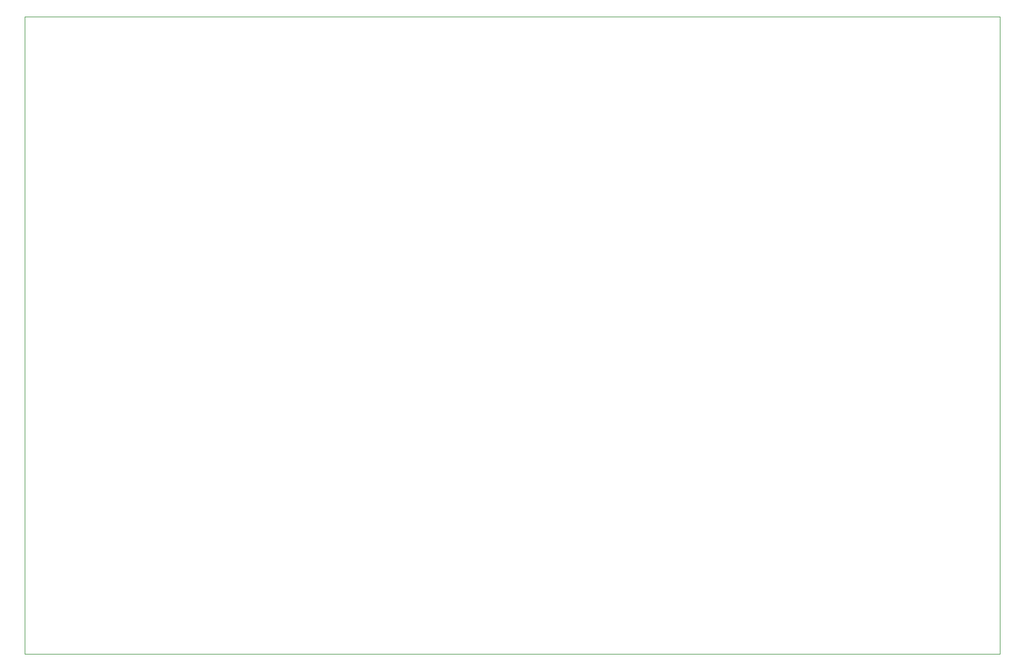
<source format=gm1>
G04 #@! TF.GenerationSoftware,KiCad,Pcbnew,7.0.2*
G04 #@! TF.CreationDate,2023-10-13T15:39:11+02:00*
G04 #@! TF.ProjectId,Module_3,4d6f6475-6c65-45f3-932e-6b696361645f,rev?*
G04 #@! TF.SameCoordinates,Original*
G04 #@! TF.FileFunction,Profile,NP*
%FSLAX46Y46*%
G04 Gerber Fmt 4.6, Leading zero omitted, Abs format (unit mm)*
G04 Created by KiCad (PCBNEW 7.0.2) date 2023-10-13 15:39:11*
%MOMM*%
%LPD*%
G01*
G04 APERTURE LIST*
G04 #@! TA.AperFunction,Profile*
%ADD10C,0.100000*%
G04 #@! TD*
G04 APERTURE END LIST*
D10*
X79883000Y-46128000D02*
X223520000Y-46128000D01*
X223520000Y-140108000D01*
X79883000Y-140108000D01*
X79883000Y-46128000D01*
M02*

</source>
